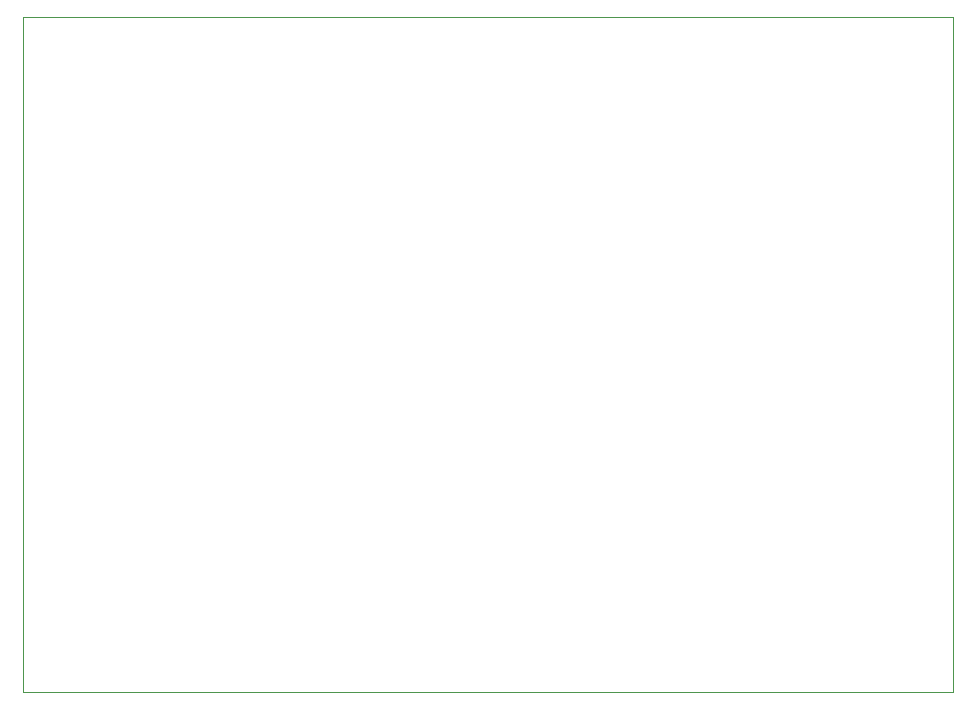
<source format=gko>
%FSLAX23Y23*%
%MOIN*%
G70*
G01*
G75*
G04 Layer_Color=8388736*
%ADD10C,0.012*%
%ADD11C,0.011*%
%ADD12R,0.118X0.079*%
%ADD13R,0.079X0.039*%
%ADD14R,0.030X0.030*%
%ADD15R,0.030X0.030*%
%ADD16R,0.035X0.031*%
%ADD17R,0.031X0.031*%
%ADD18R,0.044X0.058*%
%ADD19R,0.079X0.047*%
%ADD20R,0.094X0.102*%
%ADD21R,0.012X0.053*%
%ADD22R,0.071X0.075*%
%ADD23R,0.091X0.075*%
%ADD24R,0.050X0.030*%
%ADD25R,0.030X0.050*%
%ADD26R,0.008X0.027*%
%ADD27R,0.015X0.061*%
%ADD28R,0.051X0.049*%
%ADD29R,0.020X0.020*%
%ADD30R,0.130X0.173*%
%ADD31R,0.154X0.244*%
%ADD32R,0.058X0.044*%
%ADD33R,0.012X0.020*%
%ADD34R,0.012X0.019*%
%ADD35R,0.020X0.020*%
%ADD36R,0.051X0.107*%
%ADD37R,0.011X0.031*%
%ADD38R,0.055X0.047*%
%ADD39O,0.087X0.024*%
%ADD40R,0.033X0.011*%
%ADD41R,0.065X0.094*%
%ADD42R,0.024X0.010*%
%ADD43R,0.010X0.024*%
%ADD44R,0.201X0.201*%
%ADD45R,0.039X0.028*%
%ADD46C,0.009*%
%ADD47C,0.039*%
%ADD48C,0.008*%
%ADD49C,0.015*%
%ADD50C,0.010*%
%ADD51C,0.020*%
%ADD52C,0.025*%
%ADD53C,0.005*%
%ADD54C,0.006*%
%ADD55C,0.060*%
%ADD56C,0.070*%
%ADD57C,0.125*%
%ADD58C,0.090*%
%ADD59C,0.059*%
%ADD60C,0.079*%
%ADD61R,0.059X0.059*%
%ADD62C,0.031*%
%ADD63C,0.016*%
%ADD64C,0.020*%
%ADD65C,0.006*%
%ADD66C,0.010*%
%ADD67C,0.008*%
%ADD68C,0.004*%
%ADD69C,0.016*%
%ADD70C,0.024*%
%ADD71C,0.016*%
%ADD72R,0.120X0.081*%
%ADD73R,0.081X0.041*%
%ADD74R,0.032X0.032*%
%ADD75R,0.032X0.032*%
%ADD76R,0.037X0.033*%
%ADD77R,0.033X0.033*%
%ADD78R,0.046X0.060*%
%ADD79R,0.081X0.049*%
%ADD80R,0.096X0.104*%
%ADD81R,0.014X0.055*%
%ADD82R,0.073X0.077*%
%ADD83R,0.093X0.077*%
%ADD84R,0.052X0.032*%
%ADD85R,0.032X0.052*%
%ADD86R,0.010X0.029*%
%ADD87R,0.017X0.063*%
%ADD88R,0.053X0.051*%
%ADD89R,0.022X0.022*%
%ADD90R,0.132X0.175*%
%ADD91R,0.156X0.246*%
%ADD92R,0.060X0.046*%
%ADD93R,0.016X0.024*%
%ADD94R,0.016X0.023*%
%ADD95R,0.022X0.022*%
%ADD96R,0.053X0.109*%
%ADD97R,0.013X0.033*%
%ADD98R,0.057X0.049*%
%ADD99O,0.089X0.026*%
%ADD100R,0.035X0.013*%
%ADD101R,0.067X0.096*%
%ADD102R,0.203X0.203*%
%ADD103R,0.041X0.030*%
%ADD104C,0.011*%
%ADD105C,0.118*%
%ADD106C,0.002*%
%ADD107C,0.062*%
%ADD108C,0.072*%
%ADD109C,0.127*%
%ADD110C,0.092*%
%ADD111C,0.061*%
%ADD112R,0.061X0.061*%
%ADD113C,0.000*%
D113*
X-0Y0D02*
X0Y0D01*
X-0Y0D02*
Y2250D01*
X-0Y2250D01*
X1666D01*
X1517D02*
X3100D01*
X3100Y2250D01*
Y0D02*
Y2250D01*
X3100Y-0D02*
X3100Y0D01*
X0Y-0D02*
X3100D01*
X0Y0D02*
X0Y-0D01*
M02*

</source>
